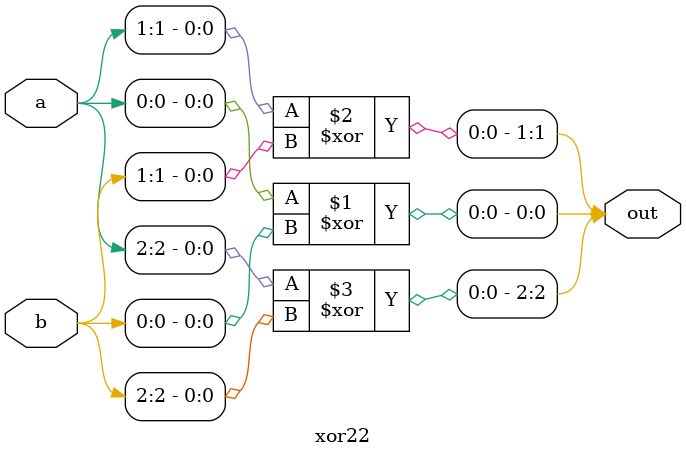
<source format=v>
module xor22 (
    input wire [2:0] a,
    input wire [2:0] b,
    output wire [2:0] out
);

assign out = ( { (a[2] ^ b[2]), (a[1] ^ b[1]), (a[0] ^ b[0])} );

endmodule

</source>
